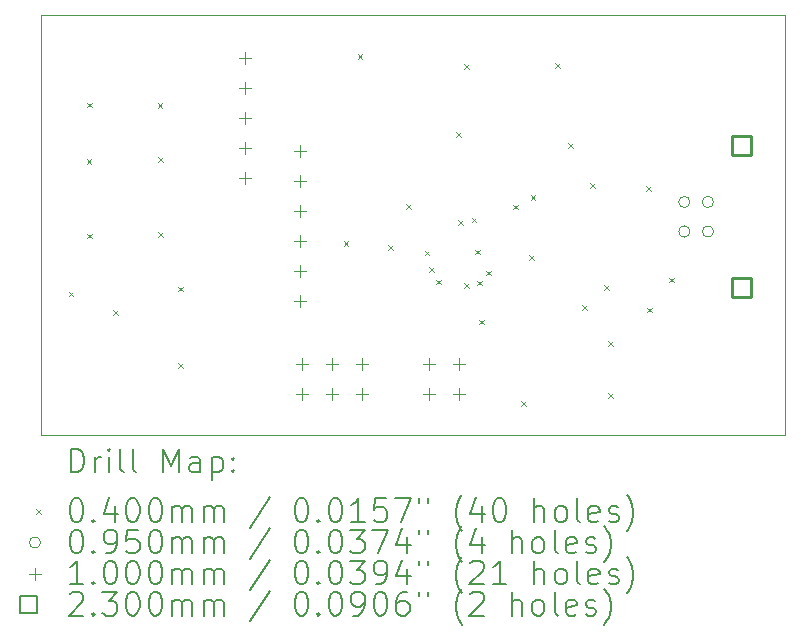
<source format=gbr>
%TF.GenerationSoftware,KiCad,Pcbnew,6.0.11+dfsg-1~bpo11+1*%
%TF.CreationDate,2023-06-13T14:13:10+00:00*%
%TF.ProjectId,t1,74312e6b-6963-4616-945f-706362585858,${git_hash}*%
%TF.SameCoordinates,Original*%
%TF.FileFunction,Drillmap*%
%TF.FilePolarity,Positive*%
%FSLAX45Y45*%
G04 Gerber Fmt 4.5, Leading zero omitted, Abs format (unit mm)*
G04 Created by KiCad (PCBNEW 6.0.11+dfsg-1~bpo11+1) date 2023-06-13 14:13:10*
%MOMM*%
%LPD*%
G01*
G04 APERTURE LIST*
%ADD10C,0.050000*%
%ADD11C,0.200000*%
%ADD12C,0.040000*%
%ADD13C,0.095000*%
%ADD14C,0.100000*%
%ADD15C,0.230000*%
G04 APERTURE END LIST*
D10*
X11900000Y-10130000D02*
X18200000Y-10130000D01*
X18200000Y-10130000D02*
X18200000Y-6570000D01*
X11900000Y-6570000D02*
X11900000Y-10130000D01*
X18200000Y-6570000D02*
X11900000Y-6570000D01*
D11*
D12*
X12136440Y-8913180D02*
X12176440Y-8953180D01*
X12176440Y-8913180D02*
X12136440Y-8953180D01*
X12288840Y-7793040D02*
X12328840Y-7833040D01*
X12328840Y-7793040D02*
X12288840Y-7833040D01*
X12291380Y-7312980D02*
X12331380Y-7352980D01*
X12331380Y-7312980D02*
X12291380Y-7352980D01*
X12293920Y-8420420D02*
X12333920Y-8460420D01*
X12333920Y-8420420D02*
X12293920Y-8460420D01*
X12514900Y-9070660D02*
X12554900Y-9110660D01*
X12554900Y-9070660D02*
X12514900Y-9110660D01*
X12888280Y-7318060D02*
X12928280Y-7358060D01*
X12928280Y-7318060D02*
X12888280Y-7358060D01*
X12890820Y-7775260D02*
X12930820Y-7815260D01*
X12930820Y-7775260D02*
X12890820Y-7815260D01*
X12890820Y-8410260D02*
X12930820Y-8450260D01*
X12930820Y-8410260D02*
X12890820Y-8450260D01*
X13061000Y-9515160D02*
X13101000Y-9555160D01*
X13101000Y-9515160D02*
X13061000Y-9555160D01*
X13063540Y-8870000D02*
X13103540Y-8910000D01*
X13103540Y-8870000D02*
X13063540Y-8910000D01*
X14463080Y-8486460D02*
X14503080Y-8526460D01*
X14503080Y-8486460D02*
X14463080Y-8526460D01*
X14582460Y-6904040D02*
X14622460Y-6944040D01*
X14622460Y-6904040D02*
X14582460Y-6944040D01*
X14839511Y-8518969D02*
X14879511Y-8558969D01*
X14879511Y-8518969D02*
X14839511Y-8558969D01*
X14993940Y-8168960D02*
X15033940Y-8208960D01*
X15033940Y-8168960D02*
X14993940Y-8208960D01*
X15148910Y-8565200D02*
X15188910Y-8605200D01*
X15188910Y-8565200D02*
X15148910Y-8605200D01*
X15186980Y-8702360D02*
X15226980Y-8742360D01*
X15226980Y-8702360D02*
X15186980Y-8742360D01*
X15247940Y-8811580D02*
X15287940Y-8851580D01*
X15287940Y-8811580D02*
X15247940Y-8851580D01*
X15415580Y-7559360D02*
X15455580Y-7599360D01*
X15455580Y-7559360D02*
X15415580Y-7599360D01*
X15433360Y-8308660D02*
X15473360Y-8348660D01*
X15473360Y-8308660D02*
X15433360Y-8348660D01*
X15484160Y-6987860D02*
X15524160Y-7027860D01*
X15524160Y-6987860D02*
X15484160Y-7027860D01*
X15486700Y-8839520D02*
X15526700Y-8879520D01*
X15526700Y-8839520D02*
X15486700Y-8879520D01*
X15547660Y-8285800D02*
X15587660Y-8325800D01*
X15587660Y-8285800D02*
X15547660Y-8325800D01*
X15575600Y-8557580D02*
X15615600Y-8597580D01*
X15615600Y-8557580D02*
X15575600Y-8597580D01*
X15595920Y-8819200D02*
X15635920Y-8859200D01*
X15635920Y-8819200D02*
X15595920Y-8859200D01*
X15608620Y-9149400D02*
X15648620Y-9189400D01*
X15648620Y-9149400D02*
X15608620Y-9189400D01*
X15669580Y-8735380D02*
X15709580Y-8775380D01*
X15709580Y-8735380D02*
X15669580Y-8775380D01*
X15898180Y-8176580D02*
X15938180Y-8216580D01*
X15938180Y-8176580D02*
X15898180Y-8216580D01*
X15964220Y-9840280D02*
X16004220Y-9880280D01*
X16004220Y-9840280D02*
X15964220Y-9880280D01*
X16035340Y-8603300D02*
X16075340Y-8643300D01*
X16075340Y-8603300D02*
X16035340Y-8643300D01*
X16048040Y-8095300D02*
X16088040Y-8135300D01*
X16088040Y-8095300D02*
X16048040Y-8135300D01*
X16256320Y-6980240D02*
X16296320Y-7020240D01*
X16296320Y-6980240D02*
X16256320Y-7020240D01*
X16363000Y-7655880D02*
X16403000Y-7695880D01*
X16403000Y-7655880D02*
X16363000Y-7695880D01*
X16484920Y-9024940D02*
X16524920Y-9064940D01*
X16524920Y-9024940D02*
X16484920Y-9064940D01*
X16553500Y-7996240D02*
X16593500Y-8036240D01*
X16593500Y-7996240D02*
X16553500Y-8036240D01*
X16667800Y-8857300D02*
X16707800Y-8897300D01*
X16707800Y-8857300D02*
X16667800Y-8897300D01*
X16703360Y-9332280D02*
X16743360Y-9372280D01*
X16743360Y-9332280D02*
X16703360Y-9372280D01*
X16705900Y-9774240D02*
X16745900Y-9814240D01*
X16745900Y-9774240D02*
X16705900Y-9814240D01*
X17025940Y-8021640D02*
X17065940Y-8061640D01*
X17065940Y-8021640D02*
X17025940Y-8061640D01*
X17036100Y-9047800D02*
X17076100Y-9087800D01*
X17076100Y-9047800D02*
X17036100Y-9087800D01*
X17218980Y-8793800D02*
X17258980Y-8833800D01*
X17258980Y-8793800D02*
X17218980Y-8833800D01*
D13*
X17395700Y-8153400D02*
G75*
G03*
X17395700Y-8153400I-47500J0D01*
G01*
X17395700Y-8403400D02*
G75*
G03*
X17395700Y-8403400I-47500J0D01*
G01*
X17595700Y-8153400D02*
G75*
G03*
X17595700Y-8153400I-47500J0D01*
G01*
X17595700Y-8403400D02*
G75*
G03*
X17595700Y-8403400I-47500J0D01*
G01*
D14*
X13630000Y-6884000D02*
X13630000Y-6984000D01*
X13580000Y-6934000D02*
X13680000Y-6934000D01*
X13630000Y-7138000D02*
X13630000Y-7238000D01*
X13580000Y-7188000D02*
X13680000Y-7188000D01*
X13630000Y-7392000D02*
X13630000Y-7492000D01*
X13580000Y-7442000D02*
X13680000Y-7442000D01*
X13630000Y-7646000D02*
X13630000Y-7746000D01*
X13580000Y-7696000D02*
X13680000Y-7696000D01*
X13630000Y-7900000D02*
X13630000Y-8000000D01*
X13580000Y-7950000D02*
X13680000Y-7950000D01*
X14097000Y-7671600D02*
X14097000Y-7771600D01*
X14047000Y-7721600D02*
X14147000Y-7721600D01*
X14097000Y-7925600D02*
X14097000Y-8025600D01*
X14047000Y-7975600D02*
X14147000Y-7975600D01*
X14097000Y-8179600D02*
X14097000Y-8279600D01*
X14047000Y-8229600D02*
X14147000Y-8229600D01*
X14097000Y-8433600D02*
X14097000Y-8533600D01*
X14047000Y-8483600D02*
X14147000Y-8483600D01*
X14097000Y-8687600D02*
X14097000Y-8787600D01*
X14047000Y-8737600D02*
X14147000Y-8737600D01*
X14097000Y-8941600D02*
X14097000Y-9041600D01*
X14047000Y-8991600D02*
X14147000Y-8991600D01*
X14112240Y-9472460D02*
X14112240Y-9572460D01*
X14062240Y-9522460D02*
X14162240Y-9522460D01*
X14112240Y-9726460D02*
X14112240Y-9826460D01*
X14062240Y-9776460D02*
X14162240Y-9776460D01*
X14366240Y-9472460D02*
X14366240Y-9572460D01*
X14316240Y-9522460D02*
X14416240Y-9522460D01*
X14366240Y-9726460D02*
X14366240Y-9826460D01*
X14316240Y-9776460D02*
X14416240Y-9776460D01*
X14620240Y-9472460D02*
X14620240Y-9572460D01*
X14570240Y-9522460D02*
X14670240Y-9522460D01*
X14620240Y-9726460D02*
X14620240Y-9826460D01*
X14570240Y-9776460D02*
X14670240Y-9776460D01*
X15189200Y-9475000D02*
X15189200Y-9575000D01*
X15139200Y-9525000D02*
X15239200Y-9525000D01*
X15189200Y-9729000D02*
X15189200Y-9829000D01*
X15139200Y-9779000D02*
X15239200Y-9779000D01*
X15443200Y-9475000D02*
X15443200Y-9575000D01*
X15393200Y-9525000D02*
X15493200Y-9525000D01*
X15443200Y-9729000D02*
X15443200Y-9829000D01*
X15393200Y-9779000D02*
X15493200Y-9779000D01*
D15*
X17915518Y-7759718D02*
X17915518Y-7597082D01*
X17752882Y-7597082D01*
X17752882Y-7759718D01*
X17915518Y-7759718D01*
X17915518Y-8959718D02*
X17915518Y-8797082D01*
X17752882Y-8797082D01*
X17752882Y-8959718D01*
X17915518Y-8959718D01*
D11*
X12155119Y-10442976D02*
X12155119Y-10242976D01*
X12202738Y-10242976D01*
X12231309Y-10252500D01*
X12250357Y-10271548D01*
X12259881Y-10290595D01*
X12269405Y-10328690D01*
X12269405Y-10357262D01*
X12259881Y-10395357D01*
X12250357Y-10414405D01*
X12231309Y-10433452D01*
X12202738Y-10442976D01*
X12155119Y-10442976D01*
X12355119Y-10442976D02*
X12355119Y-10309643D01*
X12355119Y-10347738D02*
X12364643Y-10328690D01*
X12374167Y-10319167D01*
X12393214Y-10309643D01*
X12412262Y-10309643D01*
X12478928Y-10442976D02*
X12478928Y-10309643D01*
X12478928Y-10242976D02*
X12469405Y-10252500D01*
X12478928Y-10262024D01*
X12488452Y-10252500D01*
X12478928Y-10242976D01*
X12478928Y-10262024D01*
X12602738Y-10442976D02*
X12583690Y-10433452D01*
X12574167Y-10414405D01*
X12574167Y-10242976D01*
X12707500Y-10442976D02*
X12688452Y-10433452D01*
X12678928Y-10414405D01*
X12678928Y-10242976D01*
X12936071Y-10442976D02*
X12936071Y-10242976D01*
X13002738Y-10385833D01*
X13069405Y-10242976D01*
X13069405Y-10442976D01*
X13250357Y-10442976D02*
X13250357Y-10338214D01*
X13240833Y-10319167D01*
X13221786Y-10309643D01*
X13183690Y-10309643D01*
X13164643Y-10319167D01*
X13250357Y-10433452D02*
X13231309Y-10442976D01*
X13183690Y-10442976D01*
X13164643Y-10433452D01*
X13155119Y-10414405D01*
X13155119Y-10395357D01*
X13164643Y-10376310D01*
X13183690Y-10366786D01*
X13231309Y-10366786D01*
X13250357Y-10357262D01*
X13345595Y-10309643D02*
X13345595Y-10509643D01*
X13345595Y-10319167D02*
X13364643Y-10309643D01*
X13402738Y-10309643D01*
X13421786Y-10319167D01*
X13431309Y-10328690D01*
X13440833Y-10347738D01*
X13440833Y-10404881D01*
X13431309Y-10423929D01*
X13421786Y-10433452D01*
X13402738Y-10442976D01*
X13364643Y-10442976D01*
X13345595Y-10433452D01*
X13526548Y-10423929D02*
X13536071Y-10433452D01*
X13526548Y-10442976D01*
X13517024Y-10433452D01*
X13526548Y-10423929D01*
X13526548Y-10442976D01*
X13526548Y-10319167D02*
X13536071Y-10328690D01*
X13526548Y-10338214D01*
X13517024Y-10328690D01*
X13526548Y-10319167D01*
X13526548Y-10338214D01*
D12*
X11857500Y-10752500D02*
X11897500Y-10792500D01*
X11897500Y-10752500D02*
X11857500Y-10792500D01*
D11*
X12193214Y-10662976D02*
X12212262Y-10662976D01*
X12231309Y-10672500D01*
X12240833Y-10682024D01*
X12250357Y-10701071D01*
X12259881Y-10739167D01*
X12259881Y-10786786D01*
X12250357Y-10824881D01*
X12240833Y-10843929D01*
X12231309Y-10853452D01*
X12212262Y-10862976D01*
X12193214Y-10862976D01*
X12174167Y-10853452D01*
X12164643Y-10843929D01*
X12155119Y-10824881D01*
X12145595Y-10786786D01*
X12145595Y-10739167D01*
X12155119Y-10701071D01*
X12164643Y-10682024D01*
X12174167Y-10672500D01*
X12193214Y-10662976D01*
X12345595Y-10843929D02*
X12355119Y-10853452D01*
X12345595Y-10862976D01*
X12336071Y-10853452D01*
X12345595Y-10843929D01*
X12345595Y-10862976D01*
X12526548Y-10729643D02*
X12526548Y-10862976D01*
X12478928Y-10653452D02*
X12431309Y-10796310D01*
X12555119Y-10796310D01*
X12669405Y-10662976D02*
X12688452Y-10662976D01*
X12707500Y-10672500D01*
X12717024Y-10682024D01*
X12726548Y-10701071D01*
X12736071Y-10739167D01*
X12736071Y-10786786D01*
X12726548Y-10824881D01*
X12717024Y-10843929D01*
X12707500Y-10853452D01*
X12688452Y-10862976D01*
X12669405Y-10862976D01*
X12650357Y-10853452D01*
X12640833Y-10843929D01*
X12631309Y-10824881D01*
X12621786Y-10786786D01*
X12621786Y-10739167D01*
X12631309Y-10701071D01*
X12640833Y-10682024D01*
X12650357Y-10672500D01*
X12669405Y-10662976D01*
X12859881Y-10662976D02*
X12878928Y-10662976D01*
X12897976Y-10672500D01*
X12907500Y-10682024D01*
X12917024Y-10701071D01*
X12926548Y-10739167D01*
X12926548Y-10786786D01*
X12917024Y-10824881D01*
X12907500Y-10843929D01*
X12897976Y-10853452D01*
X12878928Y-10862976D01*
X12859881Y-10862976D01*
X12840833Y-10853452D01*
X12831309Y-10843929D01*
X12821786Y-10824881D01*
X12812262Y-10786786D01*
X12812262Y-10739167D01*
X12821786Y-10701071D01*
X12831309Y-10682024D01*
X12840833Y-10672500D01*
X12859881Y-10662976D01*
X13012262Y-10862976D02*
X13012262Y-10729643D01*
X13012262Y-10748690D02*
X13021786Y-10739167D01*
X13040833Y-10729643D01*
X13069405Y-10729643D01*
X13088452Y-10739167D01*
X13097976Y-10758214D01*
X13097976Y-10862976D01*
X13097976Y-10758214D02*
X13107500Y-10739167D01*
X13126548Y-10729643D01*
X13155119Y-10729643D01*
X13174167Y-10739167D01*
X13183690Y-10758214D01*
X13183690Y-10862976D01*
X13278928Y-10862976D02*
X13278928Y-10729643D01*
X13278928Y-10748690D02*
X13288452Y-10739167D01*
X13307500Y-10729643D01*
X13336071Y-10729643D01*
X13355119Y-10739167D01*
X13364643Y-10758214D01*
X13364643Y-10862976D01*
X13364643Y-10758214D02*
X13374167Y-10739167D01*
X13393214Y-10729643D01*
X13421786Y-10729643D01*
X13440833Y-10739167D01*
X13450357Y-10758214D01*
X13450357Y-10862976D01*
X13840833Y-10653452D02*
X13669405Y-10910595D01*
X14097976Y-10662976D02*
X14117024Y-10662976D01*
X14136071Y-10672500D01*
X14145595Y-10682024D01*
X14155119Y-10701071D01*
X14164643Y-10739167D01*
X14164643Y-10786786D01*
X14155119Y-10824881D01*
X14145595Y-10843929D01*
X14136071Y-10853452D01*
X14117024Y-10862976D01*
X14097976Y-10862976D01*
X14078928Y-10853452D01*
X14069405Y-10843929D01*
X14059881Y-10824881D01*
X14050357Y-10786786D01*
X14050357Y-10739167D01*
X14059881Y-10701071D01*
X14069405Y-10682024D01*
X14078928Y-10672500D01*
X14097976Y-10662976D01*
X14250357Y-10843929D02*
X14259881Y-10853452D01*
X14250357Y-10862976D01*
X14240833Y-10853452D01*
X14250357Y-10843929D01*
X14250357Y-10862976D01*
X14383690Y-10662976D02*
X14402738Y-10662976D01*
X14421786Y-10672500D01*
X14431309Y-10682024D01*
X14440833Y-10701071D01*
X14450357Y-10739167D01*
X14450357Y-10786786D01*
X14440833Y-10824881D01*
X14431309Y-10843929D01*
X14421786Y-10853452D01*
X14402738Y-10862976D01*
X14383690Y-10862976D01*
X14364643Y-10853452D01*
X14355119Y-10843929D01*
X14345595Y-10824881D01*
X14336071Y-10786786D01*
X14336071Y-10739167D01*
X14345595Y-10701071D01*
X14355119Y-10682024D01*
X14364643Y-10672500D01*
X14383690Y-10662976D01*
X14640833Y-10862976D02*
X14526548Y-10862976D01*
X14583690Y-10862976D02*
X14583690Y-10662976D01*
X14564643Y-10691548D01*
X14545595Y-10710595D01*
X14526548Y-10720119D01*
X14821786Y-10662976D02*
X14726548Y-10662976D01*
X14717024Y-10758214D01*
X14726548Y-10748690D01*
X14745595Y-10739167D01*
X14793214Y-10739167D01*
X14812262Y-10748690D01*
X14821786Y-10758214D01*
X14831309Y-10777262D01*
X14831309Y-10824881D01*
X14821786Y-10843929D01*
X14812262Y-10853452D01*
X14793214Y-10862976D01*
X14745595Y-10862976D01*
X14726548Y-10853452D01*
X14717024Y-10843929D01*
X14897976Y-10662976D02*
X15031309Y-10662976D01*
X14945595Y-10862976D01*
X15097976Y-10662976D02*
X15097976Y-10701071D01*
X15174167Y-10662976D02*
X15174167Y-10701071D01*
X15469405Y-10939167D02*
X15459881Y-10929643D01*
X15440833Y-10901071D01*
X15431309Y-10882024D01*
X15421786Y-10853452D01*
X15412262Y-10805833D01*
X15412262Y-10767738D01*
X15421786Y-10720119D01*
X15431309Y-10691548D01*
X15440833Y-10672500D01*
X15459881Y-10643929D01*
X15469405Y-10634405D01*
X15631309Y-10729643D02*
X15631309Y-10862976D01*
X15583690Y-10653452D02*
X15536071Y-10796310D01*
X15659881Y-10796310D01*
X15774167Y-10662976D02*
X15793214Y-10662976D01*
X15812262Y-10672500D01*
X15821786Y-10682024D01*
X15831309Y-10701071D01*
X15840833Y-10739167D01*
X15840833Y-10786786D01*
X15831309Y-10824881D01*
X15821786Y-10843929D01*
X15812262Y-10853452D01*
X15793214Y-10862976D01*
X15774167Y-10862976D01*
X15755119Y-10853452D01*
X15745595Y-10843929D01*
X15736071Y-10824881D01*
X15726548Y-10786786D01*
X15726548Y-10739167D01*
X15736071Y-10701071D01*
X15745595Y-10682024D01*
X15755119Y-10672500D01*
X15774167Y-10662976D01*
X16078928Y-10862976D02*
X16078928Y-10662976D01*
X16164643Y-10862976D02*
X16164643Y-10758214D01*
X16155119Y-10739167D01*
X16136071Y-10729643D01*
X16107500Y-10729643D01*
X16088452Y-10739167D01*
X16078928Y-10748690D01*
X16288452Y-10862976D02*
X16269405Y-10853452D01*
X16259881Y-10843929D01*
X16250357Y-10824881D01*
X16250357Y-10767738D01*
X16259881Y-10748690D01*
X16269405Y-10739167D01*
X16288452Y-10729643D01*
X16317024Y-10729643D01*
X16336071Y-10739167D01*
X16345595Y-10748690D01*
X16355119Y-10767738D01*
X16355119Y-10824881D01*
X16345595Y-10843929D01*
X16336071Y-10853452D01*
X16317024Y-10862976D01*
X16288452Y-10862976D01*
X16469405Y-10862976D02*
X16450357Y-10853452D01*
X16440833Y-10834405D01*
X16440833Y-10662976D01*
X16621786Y-10853452D02*
X16602738Y-10862976D01*
X16564643Y-10862976D01*
X16545595Y-10853452D01*
X16536071Y-10834405D01*
X16536071Y-10758214D01*
X16545595Y-10739167D01*
X16564643Y-10729643D01*
X16602738Y-10729643D01*
X16621786Y-10739167D01*
X16631309Y-10758214D01*
X16631309Y-10777262D01*
X16536071Y-10796310D01*
X16707500Y-10853452D02*
X16726548Y-10862976D01*
X16764643Y-10862976D01*
X16783690Y-10853452D01*
X16793214Y-10834405D01*
X16793214Y-10824881D01*
X16783690Y-10805833D01*
X16764643Y-10796310D01*
X16736071Y-10796310D01*
X16717024Y-10786786D01*
X16707500Y-10767738D01*
X16707500Y-10758214D01*
X16717024Y-10739167D01*
X16736071Y-10729643D01*
X16764643Y-10729643D01*
X16783690Y-10739167D01*
X16859881Y-10939167D02*
X16869405Y-10929643D01*
X16888452Y-10901071D01*
X16897976Y-10882024D01*
X16907500Y-10853452D01*
X16917024Y-10805833D01*
X16917024Y-10767738D01*
X16907500Y-10720119D01*
X16897976Y-10691548D01*
X16888452Y-10672500D01*
X16869405Y-10643929D01*
X16859881Y-10634405D01*
D13*
X11897500Y-11036500D02*
G75*
G03*
X11897500Y-11036500I-47500J0D01*
G01*
D11*
X12193214Y-10926976D02*
X12212262Y-10926976D01*
X12231309Y-10936500D01*
X12240833Y-10946024D01*
X12250357Y-10965071D01*
X12259881Y-11003167D01*
X12259881Y-11050786D01*
X12250357Y-11088881D01*
X12240833Y-11107929D01*
X12231309Y-11117452D01*
X12212262Y-11126976D01*
X12193214Y-11126976D01*
X12174167Y-11117452D01*
X12164643Y-11107929D01*
X12155119Y-11088881D01*
X12145595Y-11050786D01*
X12145595Y-11003167D01*
X12155119Y-10965071D01*
X12164643Y-10946024D01*
X12174167Y-10936500D01*
X12193214Y-10926976D01*
X12345595Y-11107929D02*
X12355119Y-11117452D01*
X12345595Y-11126976D01*
X12336071Y-11117452D01*
X12345595Y-11107929D01*
X12345595Y-11126976D01*
X12450357Y-11126976D02*
X12488452Y-11126976D01*
X12507500Y-11117452D01*
X12517024Y-11107929D01*
X12536071Y-11079357D01*
X12545595Y-11041262D01*
X12545595Y-10965071D01*
X12536071Y-10946024D01*
X12526548Y-10936500D01*
X12507500Y-10926976D01*
X12469405Y-10926976D01*
X12450357Y-10936500D01*
X12440833Y-10946024D01*
X12431309Y-10965071D01*
X12431309Y-11012690D01*
X12440833Y-11031738D01*
X12450357Y-11041262D01*
X12469405Y-11050786D01*
X12507500Y-11050786D01*
X12526548Y-11041262D01*
X12536071Y-11031738D01*
X12545595Y-11012690D01*
X12726548Y-10926976D02*
X12631309Y-10926976D01*
X12621786Y-11022214D01*
X12631309Y-11012690D01*
X12650357Y-11003167D01*
X12697976Y-11003167D01*
X12717024Y-11012690D01*
X12726548Y-11022214D01*
X12736071Y-11041262D01*
X12736071Y-11088881D01*
X12726548Y-11107929D01*
X12717024Y-11117452D01*
X12697976Y-11126976D01*
X12650357Y-11126976D01*
X12631309Y-11117452D01*
X12621786Y-11107929D01*
X12859881Y-10926976D02*
X12878928Y-10926976D01*
X12897976Y-10936500D01*
X12907500Y-10946024D01*
X12917024Y-10965071D01*
X12926548Y-11003167D01*
X12926548Y-11050786D01*
X12917024Y-11088881D01*
X12907500Y-11107929D01*
X12897976Y-11117452D01*
X12878928Y-11126976D01*
X12859881Y-11126976D01*
X12840833Y-11117452D01*
X12831309Y-11107929D01*
X12821786Y-11088881D01*
X12812262Y-11050786D01*
X12812262Y-11003167D01*
X12821786Y-10965071D01*
X12831309Y-10946024D01*
X12840833Y-10936500D01*
X12859881Y-10926976D01*
X13012262Y-11126976D02*
X13012262Y-10993643D01*
X13012262Y-11012690D02*
X13021786Y-11003167D01*
X13040833Y-10993643D01*
X13069405Y-10993643D01*
X13088452Y-11003167D01*
X13097976Y-11022214D01*
X13097976Y-11126976D01*
X13097976Y-11022214D02*
X13107500Y-11003167D01*
X13126548Y-10993643D01*
X13155119Y-10993643D01*
X13174167Y-11003167D01*
X13183690Y-11022214D01*
X13183690Y-11126976D01*
X13278928Y-11126976D02*
X13278928Y-10993643D01*
X13278928Y-11012690D02*
X13288452Y-11003167D01*
X13307500Y-10993643D01*
X13336071Y-10993643D01*
X13355119Y-11003167D01*
X13364643Y-11022214D01*
X13364643Y-11126976D01*
X13364643Y-11022214D02*
X13374167Y-11003167D01*
X13393214Y-10993643D01*
X13421786Y-10993643D01*
X13440833Y-11003167D01*
X13450357Y-11022214D01*
X13450357Y-11126976D01*
X13840833Y-10917452D02*
X13669405Y-11174595D01*
X14097976Y-10926976D02*
X14117024Y-10926976D01*
X14136071Y-10936500D01*
X14145595Y-10946024D01*
X14155119Y-10965071D01*
X14164643Y-11003167D01*
X14164643Y-11050786D01*
X14155119Y-11088881D01*
X14145595Y-11107929D01*
X14136071Y-11117452D01*
X14117024Y-11126976D01*
X14097976Y-11126976D01*
X14078928Y-11117452D01*
X14069405Y-11107929D01*
X14059881Y-11088881D01*
X14050357Y-11050786D01*
X14050357Y-11003167D01*
X14059881Y-10965071D01*
X14069405Y-10946024D01*
X14078928Y-10936500D01*
X14097976Y-10926976D01*
X14250357Y-11107929D02*
X14259881Y-11117452D01*
X14250357Y-11126976D01*
X14240833Y-11117452D01*
X14250357Y-11107929D01*
X14250357Y-11126976D01*
X14383690Y-10926976D02*
X14402738Y-10926976D01*
X14421786Y-10936500D01*
X14431309Y-10946024D01*
X14440833Y-10965071D01*
X14450357Y-11003167D01*
X14450357Y-11050786D01*
X14440833Y-11088881D01*
X14431309Y-11107929D01*
X14421786Y-11117452D01*
X14402738Y-11126976D01*
X14383690Y-11126976D01*
X14364643Y-11117452D01*
X14355119Y-11107929D01*
X14345595Y-11088881D01*
X14336071Y-11050786D01*
X14336071Y-11003167D01*
X14345595Y-10965071D01*
X14355119Y-10946024D01*
X14364643Y-10936500D01*
X14383690Y-10926976D01*
X14517024Y-10926976D02*
X14640833Y-10926976D01*
X14574167Y-11003167D01*
X14602738Y-11003167D01*
X14621786Y-11012690D01*
X14631309Y-11022214D01*
X14640833Y-11041262D01*
X14640833Y-11088881D01*
X14631309Y-11107929D01*
X14621786Y-11117452D01*
X14602738Y-11126976D01*
X14545595Y-11126976D01*
X14526548Y-11117452D01*
X14517024Y-11107929D01*
X14707500Y-10926976D02*
X14840833Y-10926976D01*
X14755119Y-11126976D01*
X15002738Y-10993643D02*
X15002738Y-11126976D01*
X14955119Y-10917452D02*
X14907500Y-11060310D01*
X15031309Y-11060310D01*
X15097976Y-10926976D02*
X15097976Y-10965071D01*
X15174167Y-10926976D02*
X15174167Y-10965071D01*
X15469405Y-11203167D02*
X15459881Y-11193643D01*
X15440833Y-11165071D01*
X15431309Y-11146024D01*
X15421786Y-11117452D01*
X15412262Y-11069833D01*
X15412262Y-11031738D01*
X15421786Y-10984119D01*
X15431309Y-10955548D01*
X15440833Y-10936500D01*
X15459881Y-10907929D01*
X15469405Y-10898405D01*
X15631309Y-10993643D02*
X15631309Y-11126976D01*
X15583690Y-10917452D02*
X15536071Y-11060310D01*
X15659881Y-11060310D01*
X15888452Y-11126976D02*
X15888452Y-10926976D01*
X15974167Y-11126976D02*
X15974167Y-11022214D01*
X15964643Y-11003167D01*
X15945595Y-10993643D01*
X15917024Y-10993643D01*
X15897976Y-11003167D01*
X15888452Y-11012690D01*
X16097976Y-11126976D02*
X16078928Y-11117452D01*
X16069405Y-11107929D01*
X16059881Y-11088881D01*
X16059881Y-11031738D01*
X16069405Y-11012690D01*
X16078928Y-11003167D01*
X16097976Y-10993643D01*
X16126548Y-10993643D01*
X16145595Y-11003167D01*
X16155119Y-11012690D01*
X16164643Y-11031738D01*
X16164643Y-11088881D01*
X16155119Y-11107929D01*
X16145595Y-11117452D01*
X16126548Y-11126976D01*
X16097976Y-11126976D01*
X16278928Y-11126976D02*
X16259881Y-11117452D01*
X16250357Y-11098405D01*
X16250357Y-10926976D01*
X16431309Y-11117452D02*
X16412262Y-11126976D01*
X16374167Y-11126976D01*
X16355119Y-11117452D01*
X16345595Y-11098405D01*
X16345595Y-11022214D01*
X16355119Y-11003167D01*
X16374167Y-10993643D01*
X16412262Y-10993643D01*
X16431309Y-11003167D01*
X16440833Y-11022214D01*
X16440833Y-11041262D01*
X16345595Y-11060310D01*
X16517024Y-11117452D02*
X16536071Y-11126976D01*
X16574167Y-11126976D01*
X16593214Y-11117452D01*
X16602738Y-11098405D01*
X16602738Y-11088881D01*
X16593214Y-11069833D01*
X16574167Y-11060310D01*
X16545595Y-11060310D01*
X16526548Y-11050786D01*
X16517024Y-11031738D01*
X16517024Y-11022214D01*
X16526548Y-11003167D01*
X16545595Y-10993643D01*
X16574167Y-10993643D01*
X16593214Y-11003167D01*
X16669405Y-11203167D02*
X16678928Y-11193643D01*
X16697976Y-11165071D01*
X16707500Y-11146024D01*
X16717024Y-11117452D01*
X16726548Y-11069833D01*
X16726548Y-11031738D01*
X16717024Y-10984119D01*
X16707500Y-10955548D01*
X16697976Y-10936500D01*
X16678928Y-10907929D01*
X16669405Y-10898405D01*
D14*
X11847500Y-11250500D02*
X11847500Y-11350500D01*
X11797500Y-11300500D02*
X11897500Y-11300500D01*
D11*
X12259881Y-11390976D02*
X12145595Y-11390976D01*
X12202738Y-11390976D02*
X12202738Y-11190976D01*
X12183690Y-11219548D01*
X12164643Y-11238595D01*
X12145595Y-11248119D01*
X12345595Y-11371928D02*
X12355119Y-11381452D01*
X12345595Y-11390976D01*
X12336071Y-11381452D01*
X12345595Y-11371928D01*
X12345595Y-11390976D01*
X12478928Y-11190976D02*
X12497976Y-11190976D01*
X12517024Y-11200500D01*
X12526548Y-11210024D01*
X12536071Y-11229071D01*
X12545595Y-11267167D01*
X12545595Y-11314786D01*
X12536071Y-11352881D01*
X12526548Y-11371928D01*
X12517024Y-11381452D01*
X12497976Y-11390976D01*
X12478928Y-11390976D01*
X12459881Y-11381452D01*
X12450357Y-11371928D01*
X12440833Y-11352881D01*
X12431309Y-11314786D01*
X12431309Y-11267167D01*
X12440833Y-11229071D01*
X12450357Y-11210024D01*
X12459881Y-11200500D01*
X12478928Y-11190976D01*
X12669405Y-11190976D02*
X12688452Y-11190976D01*
X12707500Y-11200500D01*
X12717024Y-11210024D01*
X12726548Y-11229071D01*
X12736071Y-11267167D01*
X12736071Y-11314786D01*
X12726548Y-11352881D01*
X12717024Y-11371928D01*
X12707500Y-11381452D01*
X12688452Y-11390976D01*
X12669405Y-11390976D01*
X12650357Y-11381452D01*
X12640833Y-11371928D01*
X12631309Y-11352881D01*
X12621786Y-11314786D01*
X12621786Y-11267167D01*
X12631309Y-11229071D01*
X12640833Y-11210024D01*
X12650357Y-11200500D01*
X12669405Y-11190976D01*
X12859881Y-11190976D02*
X12878928Y-11190976D01*
X12897976Y-11200500D01*
X12907500Y-11210024D01*
X12917024Y-11229071D01*
X12926548Y-11267167D01*
X12926548Y-11314786D01*
X12917024Y-11352881D01*
X12907500Y-11371928D01*
X12897976Y-11381452D01*
X12878928Y-11390976D01*
X12859881Y-11390976D01*
X12840833Y-11381452D01*
X12831309Y-11371928D01*
X12821786Y-11352881D01*
X12812262Y-11314786D01*
X12812262Y-11267167D01*
X12821786Y-11229071D01*
X12831309Y-11210024D01*
X12840833Y-11200500D01*
X12859881Y-11190976D01*
X13012262Y-11390976D02*
X13012262Y-11257643D01*
X13012262Y-11276690D02*
X13021786Y-11267167D01*
X13040833Y-11257643D01*
X13069405Y-11257643D01*
X13088452Y-11267167D01*
X13097976Y-11286214D01*
X13097976Y-11390976D01*
X13097976Y-11286214D02*
X13107500Y-11267167D01*
X13126548Y-11257643D01*
X13155119Y-11257643D01*
X13174167Y-11267167D01*
X13183690Y-11286214D01*
X13183690Y-11390976D01*
X13278928Y-11390976D02*
X13278928Y-11257643D01*
X13278928Y-11276690D02*
X13288452Y-11267167D01*
X13307500Y-11257643D01*
X13336071Y-11257643D01*
X13355119Y-11267167D01*
X13364643Y-11286214D01*
X13364643Y-11390976D01*
X13364643Y-11286214D02*
X13374167Y-11267167D01*
X13393214Y-11257643D01*
X13421786Y-11257643D01*
X13440833Y-11267167D01*
X13450357Y-11286214D01*
X13450357Y-11390976D01*
X13840833Y-11181452D02*
X13669405Y-11438595D01*
X14097976Y-11190976D02*
X14117024Y-11190976D01*
X14136071Y-11200500D01*
X14145595Y-11210024D01*
X14155119Y-11229071D01*
X14164643Y-11267167D01*
X14164643Y-11314786D01*
X14155119Y-11352881D01*
X14145595Y-11371928D01*
X14136071Y-11381452D01*
X14117024Y-11390976D01*
X14097976Y-11390976D01*
X14078928Y-11381452D01*
X14069405Y-11371928D01*
X14059881Y-11352881D01*
X14050357Y-11314786D01*
X14050357Y-11267167D01*
X14059881Y-11229071D01*
X14069405Y-11210024D01*
X14078928Y-11200500D01*
X14097976Y-11190976D01*
X14250357Y-11371928D02*
X14259881Y-11381452D01*
X14250357Y-11390976D01*
X14240833Y-11381452D01*
X14250357Y-11371928D01*
X14250357Y-11390976D01*
X14383690Y-11190976D02*
X14402738Y-11190976D01*
X14421786Y-11200500D01*
X14431309Y-11210024D01*
X14440833Y-11229071D01*
X14450357Y-11267167D01*
X14450357Y-11314786D01*
X14440833Y-11352881D01*
X14431309Y-11371928D01*
X14421786Y-11381452D01*
X14402738Y-11390976D01*
X14383690Y-11390976D01*
X14364643Y-11381452D01*
X14355119Y-11371928D01*
X14345595Y-11352881D01*
X14336071Y-11314786D01*
X14336071Y-11267167D01*
X14345595Y-11229071D01*
X14355119Y-11210024D01*
X14364643Y-11200500D01*
X14383690Y-11190976D01*
X14517024Y-11190976D02*
X14640833Y-11190976D01*
X14574167Y-11267167D01*
X14602738Y-11267167D01*
X14621786Y-11276690D01*
X14631309Y-11286214D01*
X14640833Y-11305262D01*
X14640833Y-11352881D01*
X14631309Y-11371928D01*
X14621786Y-11381452D01*
X14602738Y-11390976D01*
X14545595Y-11390976D01*
X14526548Y-11381452D01*
X14517024Y-11371928D01*
X14736071Y-11390976D02*
X14774167Y-11390976D01*
X14793214Y-11381452D01*
X14802738Y-11371928D01*
X14821786Y-11343357D01*
X14831309Y-11305262D01*
X14831309Y-11229071D01*
X14821786Y-11210024D01*
X14812262Y-11200500D01*
X14793214Y-11190976D01*
X14755119Y-11190976D01*
X14736071Y-11200500D01*
X14726548Y-11210024D01*
X14717024Y-11229071D01*
X14717024Y-11276690D01*
X14726548Y-11295738D01*
X14736071Y-11305262D01*
X14755119Y-11314786D01*
X14793214Y-11314786D01*
X14812262Y-11305262D01*
X14821786Y-11295738D01*
X14831309Y-11276690D01*
X15002738Y-11257643D02*
X15002738Y-11390976D01*
X14955119Y-11181452D02*
X14907500Y-11324309D01*
X15031309Y-11324309D01*
X15097976Y-11190976D02*
X15097976Y-11229071D01*
X15174167Y-11190976D02*
X15174167Y-11229071D01*
X15469405Y-11467167D02*
X15459881Y-11457643D01*
X15440833Y-11429071D01*
X15431309Y-11410024D01*
X15421786Y-11381452D01*
X15412262Y-11333833D01*
X15412262Y-11295738D01*
X15421786Y-11248119D01*
X15431309Y-11219548D01*
X15440833Y-11200500D01*
X15459881Y-11171929D01*
X15469405Y-11162405D01*
X15536071Y-11210024D02*
X15545595Y-11200500D01*
X15564643Y-11190976D01*
X15612262Y-11190976D01*
X15631309Y-11200500D01*
X15640833Y-11210024D01*
X15650357Y-11229071D01*
X15650357Y-11248119D01*
X15640833Y-11276690D01*
X15526548Y-11390976D01*
X15650357Y-11390976D01*
X15840833Y-11390976D02*
X15726548Y-11390976D01*
X15783690Y-11390976D02*
X15783690Y-11190976D01*
X15764643Y-11219548D01*
X15745595Y-11238595D01*
X15726548Y-11248119D01*
X16078928Y-11390976D02*
X16078928Y-11190976D01*
X16164643Y-11390976D02*
X16164643Y-11286214D01*
X16155119Y-11267167D01*
X16136071Y-11257643D01*
X16107500Y-11257643D01*
X16088452Y-11267167D01*
X16078928Y-11276690D01*
X16288452Y-11390976D02*
X16269405Y-11381452D01*
X16259881Y-11371928D01*
X16250357Y-11352881D01*
X16250357Y-11295738D01*
X16259881Y-11276690D01*
X16269405Y-11267167D01*
X16288452Y-11257643D01*
X16317024Y-11257643D01*
X16336071Y-11267167D01*
X16345595Y-11276690D01*
X16355119Y-11295738D01*
X16355119Y-11352881D01*
X16345595Y-11371928D01*
X16336071Y-11381452D01*
X16317024Y-11390976D01*
X16288452Y-11390976D01*
X16469405Y-11390976D02*
X16450357Y-11381452D01*
X16440833Y-11362405D01*
X16440833Y-11190976D01*
X16621786Y-11381452D02*
X16602738Y-11390976D01*
X16564643Y-11390976D01*
X16545595Y-11381452D01*
X16536071Y-11362405D01*
X16536071Y-11286214D01*
X16545595Y-11267167D01*
X16564643Y-11257643D01*
X16602738Y-11257643D01*
X16621786Y-11267167D01*
X16631309Y-11286214D01*
X16631309Y-11305262D01*
X16536071Y-11324309D01*
X16707500Y-11381452D02*
X16726548Y-11390976D01*
X16764643Y-11390976D01*
X16783690Y-11381452D01*
X16793214Y-11362405D01*
X16793214Y-11352881D01*
X16783690Y-11333833D01*
X16764643Y-11324309D01*
X16736071Y-11324309D01*
X16717024Y-11314786D01*
X16707500Y-11295738D01*
X16707500Y-11286214D01*
X16717024Y-11267167D01*
X16736071Y-11257643D01*
X16764643Y-11257643D01*
X16783690Y-11267167D01*
X16859881Y-11467167D02*
X16869405Y-11457643D01*
X16888452Y-11429071D01*
X16897976Y-11410024D01*
X16907500Y-11381452D01*
X16917024Y-11333833D01*
X16917024Y-11295738D01*
X16907500Y-11248119D01*
X16897976Y-11219548D01*
X16888452Y-11200500D01*
X16869405Y-11171929D01*
X16859881Y-11162405D01*
X11868211Y-11635211D02*
X11868211Y-11493789D01*
X11726789Y-11493789D01*
X11726789Y-11635211D01*
X11868211Y-11635211D01*
X12145595Y-11474024D02*
X12155119Y-11464500D01*
X12174167Y-11454976D01*
X12221786Y-11454976D01*
X12240833Y-11464500D01*
X12250357Y-11474024D01*
X12259881Y-11493071D01*
X12259881Y-11512119D01*
X12250357Y-11540690D01*
X12136071Y-11654976D01*
X12259881Y-11654976D01*
X12345595Y-11635928D02*
X12355119Y-11645452D01*
X12345595Y-11654976D01*
X12336071Y-11645452D01*
X12345595Y-11635928D01*
X12345595Y-11654976D01*
X12421786Y-11454976D02*
X12545595Y-11454976D01*
X12478928Y-11531167D01*
X12507500Y-11531167D01*
X12526548Y-11540690D01*
X12536071Y-11550214D01*
X12545595Y-11569262D01*
X12545595Y-11616881D01*
X12536071Y-11635928D01*
X12526548Y-11645452D01*
X12507500Y-11654976D01*
X12450357Y-11654976D01*
X12431309Y-11645452D01*
X12421786Y-11635928D01*
X12669405Y-11454976D02*
X12688452Y-11454976D01*
X12707500Y-11464500D01*
X12717024Y-11474024D01*
X12726548Y-11493071D01*
X12736071Y-11531167D01*
X12736071Y-11578786D01*
X12726548Y-11616881D01*
X12717024Y-11635928D01*
X12707500Y-11645452D01*
X12688452Y-11654976D01*
X12669405Y-11654976D01*
X12650357Y-11645452D01*
X12640833Y-11635928D01*
X12631309Y-11616881D01*
X12621786Y-11578786D01*
X12621786Y-11531167D01*
X12631309Y-11493071D01*
X12640833Y-11474024D01*
X12650357Y-11464500D01*
X12669405Y-11454976D01*
X12859881Y-11454976D02*
X12878928Y-11454976D01*
X12897976Y-11464500D01*
X12907500Y-11474024D01*
X12917024Y-11493071D01*
X12926548Y-11531167D01*
X12926548Y-11578786D01*
X12917024Y-11616881D01*
X12907500Y-11635928D01*
X12897976Y-11645452D01*
X12878928Y-11654976D01*
X12859881Y-11654976D01*
X12840833Y-11645452D01*
X12831309Y-11635928D01*
X12821786Y-11616881D01*
X12812262Y-11578786D01*
X12812262Y-11531167D01*
X12821786Y-11493071D01*
X12831309Y-11474024D01*
X12840833Y-11464500D01*
X12859881Y-11454976D01*
X13012262Y-11654976D02*
X13012262Y-11521643D01*
X13012262Y-11540690D02*
X13021786Y-11531167D01*
X13040833Y-11521643D01*
X13069405Y-11521643D01*
X13088452Y-11531167D01*
X13097976Y-11550214D01*
X13097976Y-11654976D01*
X13097976Y-11550214D02*
X13107500Y-11531167D01*
X13126548Y-11521643D01*
X13155119Y-11521643D01*
X13174167Y-11531167D01*
X13183690Y-11550214D01*
X13183690Y-11654976D01*
X13278928Y-11654976D02*
X13278928Y-11521643D01*
X13278928Y-11540690D02*
X13288452Y-11531167D01*
X13307500Y-11521643D01*
X13336071Y-11521643D01*
X13355119Y-11531167D01*
X13364643Y-11550214D01*
X13364643Y-11654976D01*
X13364643Y-11550214D02*
X13374167Y-11531167D01*
X13393214Y-11521643D01*
X13421786Y-11521643D01*
X13440833Y-11531167D01*
X13450357Y-11550214D01*
X13450357Y-11654976D01*
X13840833Y-11445452D02*
X13669405Y-11702595D01*
X14097976Y-11454976D02*
X14117024Y-11454976D01*
X14136071Y-11464500D01*
X14145595Y-11474024D01*
X14155119Y-11493071D01*
X14164643Y-11531167D01*
X14164643Y-11578786D01*
X14155119Y-11616881D01*
X14145595Y-11635928D01*
X14136071Y-11645452D01*
X14117024Y-11654976D01*
X14097976Y-11654976D01*
X14078928Y-11645452D01*
X14069405Y-11635928D01*
X14059881Y-11616881D01*
X14050357Y-11578786D01*
X14050357Y-11531167D01*
X14059881Y-11493071D01*
X14069405Y-11474024D01*
X14078928Y-11464500D01*
X14097976Y-11454976D01*
X14250357Y-11635928D02*
X14259881Y-11645452D01*
X14250357Y-11654976D01*
X14240833Y-11645452D01*
X14250357Y-11635928D01*
X14250357Y-11654976D01*
X14383690Y-11454976D02*
X14402738Y-11454976D01*
X14421786Y-11464500D01*
X14431309Y-11474024D01*
X14440833Y-11493071D01*
X14450357Y-11531167D01*
X14450357Y-11578786D01*
X14440833Y-11616881D01*
X14431309Y-11635928D01*
X14421786Y-11645452D01*
X14402738Y-11654976D01*
X14383690Y-11654976D01*
X14364643Y-11645452D01*
X14355119Y-11635928D01*
X14345595Y-11616881D01*
X14336071Y-11578786D01*
X14336071Y-11531167D01*
X14345595Y-11493071D01*
X14355119Y-11474024D01*
X14364643Y-11464500D01*
X14383690Y-11454976D01*
X14545595Y-11654976D02*
X14583690Y-11654976D01*
X14602738Y-11645452D01*
X14612262Y-11635928D01*
X14631309Y-11607357D01*
X14640833Y-11569262D01*
X14640833Y-11493071D01*
X14631309Y-11474024D01*
X14621786Y-11464500D01*
X14602738Y-11454976D01*
X14564643Y-11454976D01*
X14545595Y-11464500D01*
X14536071Y-11474024D01*
X14526548Y-11493071D01*
X14526548Y-11540690D01*
X14536071Y-11559738D01*
X14545595Y-11569262D01*
X14564643Y-11578786D01*
X14602738Y-11578786D01*
X14621786Y-11569262D01*
X14631309Y-11559738D01*
X14640833Y-11540690D01*
X14764643Y-11454976D02*
X14783690Y-11454976D01*
X14802738Y-11464500D01*
X14812262Y-11474024D01*
X14821786Y-11493071D01*
X14831309Y-11531167D01*
X14831309Y-11578786D01*
X14821786Y-11616881D01*
X14812262Y-11635928D01*
X14802738Y-11645452D01*
X14783690Y-11654976D01*
X14764643Y-11654976D01*
X14745595Y-11645452D01*
X14736071Y-11635928D01*
X14726548Y-11616881D01*
X14717024Y-11578786D01*
X14717024Y-11531167D01*
X14726548Y-11493071D01*
X14736071Y-11474024D01*
X14745595Y-11464500D01*
X14764643Y-11454976D01*
X15002738Y-11454976D02*
X14964643Y-11454976D01*
X14945595Y-11464500D01*
X14936071Y-11474024D01*
X14917024Y-11502595D01*
X14907500Y-11540690D01*
X14907500Y-11616881D01*
X14917024Y-11635928D01*
X14926548Y-11645452D01*
X14945595Y-11654976D01*
X14983690Y-11654976D01*
X15002738Y-11645452D01*
X15012262Y-11635928D01*
X15021786Y-11616881D01*
X15021786Y-11569262D01*
X15012262Y-11550214D01*
X15002738Y-11540690D01*
X14983690Y-11531167D01*
X14945595Y-11531167D01*
X14926548Y-11540690D01*
X14917024Y-11550214D01*
X14907500Y-11569262D01*
X15097976Y-11454976D02*
X15097976Y-11493071D01*
X15174167Y-11454976D02*
X15174167Y-11493071D01*
X15469405Y-11731167D02*
X15459881Y-11721643D01*
X15440833Y-11693071D01*
X15431309Y-11674024D01*
X15421786Y-11645452D01*
X15412262Y-11597833D01*
X15412262Y-11559738D01*
X15421786Y-11512119D01*
X15431309Y-11483548D01*
X15440833Y-11464500D01*
X15459881Y-11435928D01*
X15469405Y-11426405D01*
X15536071Y-11474024D02*
X15545595Y-11464500D01*
X15564643Y-11454976D01*
X15612262Y-11454976D01*
X15631309Y-11464500D01*
X15640833Y-11474024D01*
X15650357Y-11493071D01*
X15650357Y-11512119D01*
X15640833Y-11540690D01*
X15526548Y-11654976D01*
X15650357Y-11654976D01*
X15888452Y-11654976D02*
X15888452Y-11454976D01*
X15974167Y-11654976D02*
X15974167Y-11550214D01*
X15964643Y-11531167D01*
X15945595Y-11521643D01*
X15917024Y-11521643D01*
X15897976Y-11531167D01*
X15888452Y-11540690D01*
X16097976Y-11654976D02*
X16078928Y-11645452D01*
X16069405Y-11635928D01*
X16059881Y-11616881D01*
X16059881Y-11559738D01*
X16069405Y-11540690D01*
X16078928Y-11531167D01*
X16097976Y-11521643D01*
X16126548Y-11521643D01*
X16145595Y-11531167D01*
X16155119Y-11540690D01*
X16164643Y-11559738D01*
X16164643Y-11616881D01*
X16155119Y-11635928D01*
X16145595Y-11645452D01*
X16126548Y-11654976D01*
X16097976Y-11654976D01*
X16278928Y-11654976D02*
X16259881Y-11645452D01*
X16250357Y-11626405D01*
X16250357Y-11454976D01*
X16431309Y-11645452D02*
X16412262Y-11654976D01*
X16374167Y-11654976D01*
X16355119Y-11645452D01*
X16345595Y-11626405D01*
X16345595Y-11550214D01*
X16355119Y-11531167D01*
X16374167Y-11521643D01*
X16412262Y-11521643D01*
X16431309Y-11531167D01*
X16440833Y-11550214D01*
X16440833Y-11569262D01*
X16345595Y-11588309D01*
X16517024Y-11645452D02*
X16536071Y-11654976D01*
X16574167Y-11654976D01*
X16593214Y-11645452D01*
X16602738Y-11626405D01*
X16602738Y-11616881D01*
X16593214Y-11597833D01*
X16574167Y-11588309D01*
X16545595Y-11588309D01*
X16526548Y-11578786D01*
X16517024Y-11559738D01*
X16517024Y-11550214D01*
X16526548Y-11531167D01*
X16545595Y-11521643D01*
X16574167Y-11521643D01*
X16593214Y-11531167D01*
X16669405Y-11731167D02*
X16678928Y-11721643D01*
X16697976Y-11693071D01*
X16707500Y-11674024D01*
X16717024Y-11645452D01*
X16726548Y-11597833D01*
X16726548Y-11559738D01*
X16717024Y-11512119D01*
X16707500Y-11483548D01*
X16697976Y-11464500D01*
X16678928Y-11435928D01*
X16669405Y-11426405D01*
M02*

</source>
